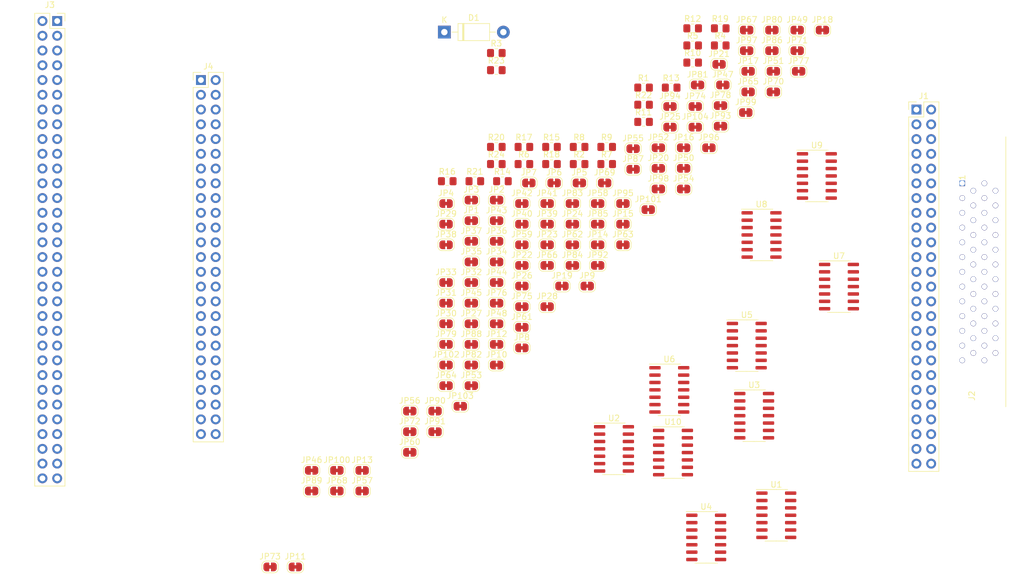
<source format=kicad_pcb>
(kicad_pcb (version 20211014) (generator pcbnew)
  (layers (0 "F.Cu" signal) (31 "B.Cu" signal) (34 "B.Paste" user) (35 "F.Paste" user) (36 "B.SilkS" user "B.Silkscreen") (37 "F.SilkS" user "F.Silkscreen") (38 "B.Mask" user) (39 "F.Mask" user) (44 "Edge.Cuts" user))
  (net 0 "")
  (net 1 "+5V")
  (net 2 "/TERMPWR")
  (net 3 "GND")
  (net 4 "/SCSI_DB1")
  (net 5 "/SCSI_DB2")
  (net 6 "/SCSI_DB3")
  (net 7 "/SCSI_DB4")
  (net 8 "/SCSI_DB5")
  (net 9 "/SCSI_DB6")
  (net 10 "/SCSI_DB7")
  (net 11 "/SCSI_DB8")
  (net 12 "/SCSI_DBP")
  (net 14 "/SCSI_ATN")
  (net 15 "/SCSI_BSY")
  (net 16 "/SCSI_ACK")
  (net 17 "/SCSI_RST")
  (net 18 "/SCSI_MSG")
  (net 19 "/SCSI_SEL")
  (net 20 "/SCSI_CD")
  (net 21 "/SCSI_REQ")
  (net 22 "/SCSI_IO")
  (net 24 "Net-(J3-Pad3)")
  (net 25 "Net-(J3-Pad4)")
  (net 26 "/BANK14_M12")
  (net 27 "/BANK14_N13")
  (net 28 "/BANK14_N14")
  (net 29 "/BANK14_N16")
  (net 30 "/BANK14_P15")
  (net 31 "/BANK14_P16")
  (net 32 "/BANK15_R15")
  (net 33 "/BANK14_R16")
  (net 34 "/BANK14_T14")
  (net 35 "/BANK14_T15")
  (net 36 "/BANK14_P13")
  (net 37 "/BANK14_P14")
  (net 38 "/BANK14_T13")
  (net 39 "/BANK14_R13")
  (net 40 "/BANK14_T12")
  (net 41 "/BANK14_R12")
  (net 42 "/BANK14_L13")
  (net 43 "/BANK14_N12")
  (net 44 "/BANK14_K12")
  (net 45 "/BANK14_K13")
  (net 46 "/BANK14_P10")
  (net 47 "/BANK14_P11")
  (net 48 "/BANK14_N9")
  (net 49 "/BANK14_P9")
  (net 50 "/BANK14_T10")
  (net 51 "/BANK14_R11")
  (net 52 "/BANK14_T9")
  (net 53 "/BANK14_R10")
  (net 54 "/BANK15_T8")
  (net 55 "/BANK14_R8")
  (net 56 "/BANK14_T7")
  (net 57 "/BANK14_R7")
  (net 58 "/BANK14_T5")
  (net 59 "/BANK14_R6")
  (net 60 "/BANK14_P6")
  (net 61 "/BANK14_R5")
  (net 62 "/BANK14_N6")
  (net 63 "/BANK14_M6")
  (net 64 "/BANK34_L5")
  (net 65 "/BANK34_P5")
  (net 66 "/BANK34_T4")
  (net 67 "/BANK34_T3")
  (net 68 "/BANK34_R3")
  (net 69 "/BANK34_T2")
  (net 70 "/BANK34_R2")
  (net 71 "/BANK34_R1")
  (net 72 "/BANK34_M5")
  (net 73 "/BANK34_N4")
  (net 74 "/BANK34_P4")
  (net 75 "/BANK34_P3")
  (net 76 "/BANK34_N1")
  (net 77 "/BANK34_P1")
  (net 78 "/BANK34_M2")
  (net 79 "/BANK34_M1")
  (net 80 "Net-(J3-Pad63)")
  (net 81 "Net-(J3-Pad64)")
  (net 82 "Net-(J4-Pad3)")
  (net 83 "Net-(J4-Pad4)")
  (net 84 "/BANK34_P20")
  (net 85 "/BANK34_N20")
  (net 86 "/BANK34_T19")
  (net 87 "/BANK34_R19")
  (net 88 "/BANK34_U20")
  (net 89 "/BANK34_T20")
  (net 90 "/BANK34_W20")
  (net 91 "/BANK34_V20")
  (net 92 "/BANK34_P19")
  (net 93 "/BANK34_N18")
  (net 94 "/BANK34_R16")
  (net 95 "/BANK34_R17")
  (net 96 "/BANK34_U17")
  (net 97 "/BANK34_T16")
  (net 98 "/BANK34_T17")
  (net 99 "/BANK34_R18")
  (net 100 "/BANK34_U18")
  (net 101 "/BANK34_U19")
  (net 102 "/BANK34_W18")
  (net 103 "/BANK34_W19")
  (net 104 "/BANK34_V17")
  (net 105 "/BANK34_V18")
  (net 106 "/BANK34_V16")
  (net 107 "/BANK34_W16")
  (net 108 "/BANK34_V15")
  (net 109 "/BANK34_W15")
  (net 110 "/BANK34_Y18")
  (net 111 "/BANK34_Y19")
  (net 112 "/BANK34_Y16")
  (net 113 "/BANK34_Y17")
  (net 114 "/BANK34_W14")
  (net 115 "/BANK34_Y14")
  (net 116 "/BANK34_T14")
  (net 117 "/BANK34_T15")
  (net 118 "/BANK34_P14")
  (net 119 "/BANK34_U14")
  (net 120 "/BANK34_V12")
  (net 121 "/BANK34_W13")
  (net 122 "/BANK34_T12")
  (net 123 "/BANK34_U12")
  (net 124 "/BANK34_T10")
  (net 125 "/BANK34_T11")
  (net 126 "Net-(J4-Pad49)")
  (net 127 "Net-(J4-Pad50)")
  (net 128 "/FPGA_BSY")
  (net 129 "/FPGA_RST")
  (net 130 "/FPGA_SEL")
  (net 131 "/FPGA_CD")
  (net 132 "/FPGA_IO")
  (net 133 "/FPGA_REQ")
  (net 134 "/FPGA_MSG")
  (net 135 "/FPGA_ATN")
  (net 136 "/FPGA_ACK")
  (net 137 "/FPGA_DBP")
  (net 138 "/FPGA_DB1")
  (net 139 "/FPGA_DB2")
  (net 140 "/FPGA_DB3")
  (net 141 "/FPGA_DB4")
  (net 142 "/FPGA_DB5")
  (net 143 "/FPGA_DB6")
  (net 144 "/FPGA_DB7")
  (net 145 "/FPGA_DB8")
  (net 146 "/SNOOP_EN")
  (net 147 "/SNOOP_DB7")
  (net 148 "/SNOOP_DB8")
  (net 149 "/SNOOP_DBP")
  (net 150 "/SNOOP_MSG")
  (net 151 "/SNOOP_ATN")
  (net 152 "/SNOOP_ACK")
  (net 153 "+3V3")
  (net 154 "+3.3V")
  (net 155 "/FPGA_EN_CD")
  (net 156 "/FPGA_EN_IO")
  (net 157 "/FPGA_EN_REQ")
  (net 158 "/FPGA_EN_MSG")
  (net 159 "/FPGA_EN_ATN")
  (net 160 "/FPGA_EN_ACK")
  (net 161 "/FPGA_EN_DBP")
  (net 162 "/FPGA_EN_DB1")
  (net 163 "/FPGA_EN_DB2")
  (net 164 "/FPGA_EN_DB3")
  (net 165 "/FPGA_EN_DB4")
  (net 166 "/FPGA_EN_DB5")
  (net 167 "/FPGA_EN_DB6")
  (net 168 "/FPGA_EN_DB7")
  (net 169 "/FPGA_EN_DB8")
  (net 170 "/SNOOP_SEL")
  (net 171 "/SNOOP_RST")
  (net 172 "/SNOOP_BSY")
  (net 173 "/SNOOP_CD")
  (net 174 "/SNOOP_IO")
  (net 175 "/SNOOP_REQ")
  (net 177 "/SNOOP_DB6")
  (net 179 "/SNOOP_DB5")
  (net 180 "/SNOOP_DB4")
  (net 181 "/SNOOP_DB3")
  (net 182 "/SNOOP_DB2")
  (net 183 "/SNOOP_DB1")
  (net 207 "Net-(R1-Pad1)")
  (net 208 "Net-(R2-Pad1)")
  (net 209 "Net-(R3-Pad1)")
  (net 210 "Net-(R4-Pad2)")
  (net 211 "Net-(R5-Pad2)")
  (footprint "Jumper:SolderJumper-2_P1.3mm_Bridged_RoundedPad1.0x1.5mm" (layer "F.Cu") (at 101.9 119.175)
    (fp_text reference "JP79")
    (fp_text value "Jumper_NC_Small")
  )
  (footprint "Jumper:SolderJumper-2_P1.3mm_Bridged_RoundedPad1.0x1.5mm" (layer "F.Cu") (at 123.65 98.475)
    (fp_text reference "JP24")
    (fp_text value "Jumper_NC_Small")
  )
  (footprint "Jumper:SolderJumper-2_P1.3mm_Bridged_RoundedPad1.0x1.5mm" (layer "F.Cu") (at 119.3 98.475)
    (fp_text reference "JP39")
    (fp_text value "Jumper_NC_Small")
  )
  (footprint "Jumper:SolderJumper-2_P1.3mm_Bridged_RoundedPad1.0x1.5mm" (layer "F.Cu") (at 106.25 104.975)
    (fp_text reference "JP35")
    (fp_text value "Jumper_NC_Small")
  )
  (footprint "Jumper:SolderJumper-2_P1.3mm_Bridged_RoundedPad1.0x1.5mm" (layer "F.Cu") (at 71.6 157.485)
    (fp_text reference "JP73")
    (fp_text value "Jumper_NC_Small")
  )
  (footprint "Jumper:SolderJumper-2_P1.3mm_Bridged_RoundedPad1.0x1.5mm" (layer "F.Cu") (at 140.45 78.215)
    (fp_text reference "JP94")
    (fp_text value "Jumper_NC_Small")
  )
  (footprint "Package_SO:SOIC-14_3.9x8.7mm_P1.27mm" (layer "F.Cu") (at 154.94 131.445)
    (fp_text reference "U3")
    (fp_text value "74LVC125")
  )
  (footprint "Resistor_SMD:R_0805_2012Metric_Pad1.20x1.40mm_HandSolder" (layer "F.Cu") (at 144.35 70.655)
    (fp_text reference "R10")
    (fp_text value "R_Small")
  )
  (footprint "Jumper:SolderJumper-2_P1.3mm_Bridged_RoundedPad1.0x1.5mm" (layer "F.Cu") (at 110.6 115.625)
    (fp_text reference "JP48")
    (fp_text value "Jumper_NC_Small")
  )
  (footprint "Jumper:SolderJumper-2_P1.3mm_Bridged_RoundedPad1.0x1.5mm" (layer "F.Cu") (at 149.55 74.505)
    (fp_text reference "JP47")
    (fp_text value "Jumper_2_Bridged")
  )
  (footprint "Connector_PinHeader_2.54mm:PinHeader_2x25_P2.54mm_Vertical" (layer "F.Cu") (at 59.69 73.66)
    (fp_text reference "J4")
    (fp_text value "Conn_02x25_Odd_Even")
  )
  (footprint "Package_SO:SOIC-14_3.9x8.7mm_P1.27mm" (layer "F.Cu") (at 169.545 109.22)
    (fp_text reference "U7")
    (fp_text value "74LVC125")
  )
  (footprint "Jumper:SolderJumper-2_P1.3mm_Bridged_RoundedPad1.0x1.5mm" (layer "F.Cu") (at 106.25 97.875)
    (fp_text reference "JP1")
    (fp_text value "Jumper_NC_Small")
  )
  (footprint "Jumper:SolderJumper-2_P1.3mm_Bridged_RoundedPad1.0x1.5mm" (layer "F.Cu") (at 78.75 140.865)
    (fp_text reference "JP46")
    (fp_text value "Jumper_NC_Small")
  )
  (footprint "Jumper:SolderJumper-2_P1.3mm_Bridged_RoundedPad1.0x1.5mm" (layer "F.Cu") (at 153.9 75.705)
    (fp_text reference "JP65")
    (fp_text value "Jumper_NC_Small")
  )
  (footprint "Resistor_SMD:R_0805_2012Metric_Pad1.20x1.40mm_HandSolder" (layer "F.Cu") (at 135.9 74.965)
    (fp_text reference "R1")
    (fp_text value "R")
  )
  (footprint "Jumper:SolderJumper-2_P1.3mm_Bridged_RoundedPad1.0x1.5mm" (layer "F.Cu") (at 75.95 157.485)
    (fp_text reference "JP11")
    (fp_text value "Jumper_NC_Small")
  )
  (footprint "Package_SO:SOIC-14_3.9x8.7mm_P1.27mm" (layer "F.Cu") (at 165.735 90.17)
    (fp_text reference "U9")
    (fp_text value "74LVC125")
  )
  (footprint "Package_SO:SOIC-14_3.9x8.7mm_P1.27mm" (layer "F.Cu") (at 140.335 127)
    (fp_text reference "U6")
    (fp_text value "74LVC125")
  )
  (footprint "Jumper:SolderJumper-2_P1.3mm_Bridged_RoundedPad1.0x1.5mm" (layer "F.Cu") (at 119.3 112.675)
    (fp_text reference "JP28")
    (fp_text value "Jumper_2_Bridged")
  )
  (footprint "Jumper:SolderJumper-2_P1.3mm_Bridged_RoundedPad1.0x1.5mm" (layer "F.Cu") (at 145.2 74.505)
    (fp_text reference "JP81")
    (fp_text value "Jumper_NC_Small")
  )
  (footprint "Package_SO:SOIC-14_3.9x8.7mm_P1.27mm" (layer "F.Cu") (at 140.97 137.795)
    (fp_text reference "U10")
    (fp_text value "74LVC125")
  )
  (footprint "Jumper:SolderJumper-2_P1.3mm_Bridged_RoundedPad1.0x1.5mm" (layer "F.Cu") (at 158 68.605)
    (fp_text reference "JP86")
    (fp_text value "Jumper_NC_Small")
  )
  (footprint "Jumper:SolderJumper-2_P1.3mm_Bridged_RoundedPad1.0x1.5mm" (layer "F.Cu") (at 114.95 94.925)
    (fp_text reference "JP42")
    (fp_text value "Jumper_NC_Small")
  )
  (footprint "Jumper:SolderJumper-2_P1.3mm_Bridged_RoundedPad1.0x1.5mm" (layer "F.Cu") (at 106.25 115.625)
    (fp_text reference "JP27")
    (fp_text value "Jumper_2_Bridged")
  )
  (footprint "Jumper:SolderJumper-2_P1.3mm_Bridged_RoundedPad1.0x1.5mm" (layer "F.Cu") (at 101.9 102.025)
    (fp_text reference "JP38")
    (fp_text value "Jumper_NC_Small")
  )
  (footprint "Jumper:SolderJumper-2_P1.3mm_Bridged_RoundedPad1.0x1.5mm" (layer "F.Cu") (at 106.25 112.075)
    (fp_text reference "JP45")
    (fp_text value "Jumper_NC_Small")
  )
  (footprint "Jumper:SolderJumper-2_P1.3mm_Bridged_RoundedPad1.0x1.5mm" (layer "F.Cu") (at 83.1 140.865)
    (fp_text reference "JP100")
    (fp_text value "Jumper_NC_Small")
  )
  (footprint "Jumper:SolderJumper-2_P1.3mm_Bridged_RoundedPad1.0x1.5mm" (layer "F.Cu") (at 158.25 75.705)
    (fp_text reference "JP70")
    (fp_text value "Jumper_NC_Small")
  )
  (footprint "Jumper:SolderJumper-2_P1.3mm_Bridged_RoundedPad1.0x1.5mm" (layer "F.Cu") (at 114.95 116.225)
    (fp_text reference "JP61")
    (fp_text value "Jumper_NC_Small")
  )
  (footprint "Jumper:SolderJumper-2_P1.3mm_Bridged_RoundedPad1.0x1.5mm" (layer "F.Cu") (at 104.35 129.825)
    (fp_text reference "JP103")
    (fp_text value "Jumper_NC_Small")
  )
  (footprint "Jumper:SolderJumper-2_P1.3mm_Bridged_RoundedPad1.0x1.5mm" (layer "F.Cu") (at 100 130.655)
    (fp_text reference "JP90")
    (fp_text value "Jumper_NC_Small")
  )
  (footprint "Package_SO:SOIC-14_3.9x8.7mm_P1.27mm" (layer "F.Cu") (at 158.75 148.59)
    (fp_text reference "U1")
    (fp_text value "74LVC125")
  )
  (footprint "Jumper:SolderJumper-2_P1.3mm_Bridged_RoundedPad1.0x1.5mm" (layer "F.Cu") (at 166.7 65.055)
    (fp_text reference "JP18")
    (fp_text value "Jumper_NC_Small")
  )
  (footprint "Jumper:SolderJumper-2_P1.3mm_Bridged_RoundedPad1.0x1.5mm" (layer "F.Cu") (at 132.35 102.025)
    (fp_text reference "JP63")
    (fp_text value "Jumper_NC_Small")
  )
  (footprint "Jumper:SolderJumper-2_P1.3mm_Bridged_RoundedPad1.0x1.5mm" (layer "F.Cu") (at 132.35 94.925)
    (fp_text reference "JP95")
    (fp_text value "Jumper_NC_Small")
  )
  (footprint "Resistor_SMD:R_0805_2012Metric_Pad1.20x1.40mm_HandSolder" (layer "F.Cu") (at 135.9 80.865)
    (fp_text reference "R11")
    (fp_text value "R_Small")
  )
  (footprint "Jumper:SolderJumper-2_P1.3mm_Bridged_RoundedPad1.0x1.5mm" (layer "F.Cu") (at 83.1 144.415)
    (fp_text reference "JP68")
    (fp_text value "Jumper_2_Bridged")
  )
  (footprint "Resistor_SMD:R_0805_2012Metric_Pad1.20x1.40mm_HandSolder" (layer "F.Cu") (at 129.55 88.125)
    (fp_text reference "R7")
    (fp_text value "R_Small")
  )
  (footprint "Resistor_SMD:R_0805_2012Metric_Pad1.20x1.40mm_HandSolder" (layer "F.Cu") (at 110.55 88.125)
    (fp_text reference "R24")
    (fp_text value "R_Small")
  )
  (footprint "Resistor_SMD:R_0805_2012Metric_Pad1.20x1.40mm_HandSolder" (layer "F.Cu") (at 110.55 71.955)
    (fp_text reference "R23")
    (fp_text value "R_Small")
  )
  (footprint "Jumper:SolderJumper-2_P1.3mm_Bridged_RoundedPad1.0x1.5mm" (layer "F.Cu") (at 162.6 72.155)
    (fp_text reference "JP77")
    (fp_text value "Jumper_NC_Small")
  )
  (footprint "Jumper:SolderJumper-2_P1.3mm_Bridged_RoundedPad1.0x1.5mm" (layer "F.Cu") (at 120.5 91.375)
    (fp_text reference "JP6")
    (fp_text value "Jumper_NC_Small")
  )
  (footprint "Jumper:SolderJumper-2_P1.3mm_Bridged_RoundedPad1.0x1.5mm" (layer "F.Cu") (at 128 94.925)
    (fp_text reference "JP58")
    (fp_text value "Jumper_NC_Small")
  )
  (footprint "Jumper:SolderJumper-2_P1.3mm_Bridged_RoundedPad1.0x1.5mm" (layer "F.Cu") (at 136.7 95.965)
    (fp_text reference "JP101")
    (fp_text value "Jumper_NC_Small")
  )
  (footprint "Jumper:SolderJumper-2_P1.3mm_Bridged_RoundedPad1.0x1.5mm" (layer "F.Cu") (at 101.9 108.525)
    (fp_text reference "JP33")
    (fp_text value "Jumper_NC_Small")
  )
  (footprint "Package_SO:SOIC-14_3.9x8.7mm_P1.27mm" (layer "F.Cu") (at 130.81 137.16)
    (fp_text reference "U2")
    (fp_text value "74LVC125")
  )
  (footprint "Jumper:SolderJumper-2_P1.3mm_Bridged_RoundedPad1.0x1.5mm" (layer "F.Cu") (at 110.6 119.175)
    (fp_text reference "JP12")
    (fp_text value "Jumper_NC_Small")
  )
  (footprint "Jumper:SolderJumper-2_P1.3mm_Bridged_RoundedPad1.0x1.5mm" (layer "F.Cu") (at 114.95 119.775)
    (fp_text reference "JP8")
    (fp_text value "Jumper_NC_Small")
  )
  (footprint "Resistor_SMD:R_0805_2012Metric_Pad1.20x1.40mm_HandSolder" (layer "F.Cu") (at 102.1 91.075)
    (fp_text reference "R16")
    (fp_text value "R_Small")
  )
  (footprint "Resistor_SMD:R_0805_2012Metric_Pad1.20x1.40mm_HandSolder" (layer "F.Cu") (at 149.1 67.705)
    (fp_text reference "R4")
    (fp_text value "R")
  )
  (footprint "Jumper:SolderJumper-2_P1.3mm_Bridged_RoundedPad1.0x1.5mm" (layer "F.Cu") (at 142.8 92.415)
    (fp_text reference "JP54")
    (fp_text value "Jumper_NC_Small")
  )
  (footprint "Connector_PinHeader_2.54mm:PinHeader_2x25_P2.54mm_Vertical" (layer "F.Cu") (at 182.875 78.745)
    (fp_text reference "J1")
    (fp_text value "Conn_02x25_Odd_Even")
  )
  (footprint "Jumper:SolderJumper-2_P1.3mm_Bridged_RoundedPad1.0x1.5mm" (layer "F.Cu") (at 158 65.055)
    (fp_text reference "JP80")
    (fp_text value "Jumper_NC_Small")
  )
  (footprint "Jumper:SolderJumper-2_P1.3mm_Bridged_RoundedPad1.0x1.5mm" (layer "F.Cu") (at 95.65 130.655)
    (fp_text reference "JP56")
    (fp_text value "Jumper_NC_Small")
  )
  (footprint "Jumper:SolderJumper-2_P1.3mm_Bridged_RoundedPad1.0x1.5mm" (layer "F.Cu") (at 101.9 94.925)
    (fp_text reference "JP4")
    (fp_text value "Jumper_NC_Small")
  )
  (footprint "Jumper:SolderJumper-2_P1.3mm_Bridged_RoundedPad1.0x1.5mm" (layer "F.Cu") (at 162.35 65.055)
    (fp_text reference "JP49")
    (fp_text value "Jumper_NC_Small")
  )
  (footprint "Jumper:SolderJumper-2_P1.3mm_Bridged_RoundedPad1.0x1.5mm" (layer "F.Cu") (at 129.2 91.375)
    (fp_text reference "JP69")
    (fp_text value "Jumper_2_Bridged")
  )
  (footprint "Jumper:SolderJumper-2_P1.3mm_Bridged_RoundedPad1.0x1.5mm" (layer "F.Cu") (at 101.9 126.275)
    (fp_text reference "JP64")
    (fp_text value "Jumper_NC_Small")
  )
  (footprint "Jumper:SolderJumper-2_P1.3mm_Bridged_RoundedPad1.0x1.5mm" (layer "F.Cu") (at 101.9 112.075)
    (fp_text reference "JP31")
    (fp_text value "Jumper_NC_Small")
  )
  (footprint "Jumper:SolderJumper-2_P1.3mm_Bridged_RoundedPad1.0x1.5mm" (layer "F.Cu") (at 106.25 122.725)
    (fp_text reference "JP82")
    (fp_text value "Jumper_NC_Small")
  )
  (footprint "Jumper:SolderJumper-2_P1.3mm_Bridged_RoundedPad1.0x1.5mm" (layer "F.Cu") (at 149.15 78.055)
    (fp_text reference "JP78")
    (fp_text value "Jumper_NC_Small")
  )
  (footprint "Jumper:SolderJumper-2_P1.3mm_Bridged_RoundedPad1.0x1.5mm" (layer "F.Cu") (at 119.3 94.925)
    (fp_text reference "JP41")
    (fp_text value "Jumper_NC_Small")
  )
  (footprint "Jumper:SolderJumper-2_P1.3mm_Bridged_RoundedPad1.0x1.5mm" (layer "F.Cu") (at 128 98.475)
    (fp_text reference "JP85")
    (fp_text value "Jumper_NC_Small")
  )
  (footprint "Jumper:SolderJumper-2_P1.3mm_Bridged_RoundedPad1.0x1.5mm" (layer "F.Cu") (at 106.25 101.425)
    (fp_text reference "JP37")
    (fp_text value "Jumper_NC_Small")
  )
  (footprint "Jumper:SolderJumper-2_P1.3mm_Bridged_RoundedPad1.0x1.5mm" (layer "F.Cu") (at 149.15 81.605)
    (fp_text reference "JP93")
    (fp_text value "Jumper_NC_Small")
  )
  (footprint "Jumper:SolderJumper-2_P1.3mm_Bridged_RoundedPad1.0x1.5mm" (layer "F.Cu") (at 121.85 109.125)
    (fp_text reference "JP19")
    (fp_text value "Jumper_NC_Small")
  )
  (footprint "Jumper:SolderJumper-2_P1.3mm_Bridged_RoundedPad1.0x1.5mm" (layer "F.Cu") (at 106.25 119.175)
    (fp_text reference "JP88")
    (fp_text value "Jumper_NC_Small")
  )
  (footprint "Connector_PinSocket_2.54mm:PinSocket_2x32_P2.54mm_Vertical" (layer "F.Cu") (at 34.945 63.495)
    (fp_text reference "J3")
    (fp_text value "Conn_02x32_Odd_Even")
  )
  (footprint "Resistor_SMD:R_0805_2012Metric_Pad1.20x1.40mm_HandSolder" (layer "F.Cu") (at 129.55 85.175)
    (fp_text reference "R9")
    (fp_text value "R_Small")
  )
  (footprint "Jumper:SolderJumper-2_P1.3mm_Bridged_RoundedPad1.0x1.5mm" (layer "F.Cu") (at 110.6 104.975)
    (fp_text reference "JP34")
    (fp_text value "Jumper_NC_Small")
  )
  (footprint "Resistor_SMD:R_0805_2012Metric_Pad1.20x1.40mm_HandSolder" (layer "F.Cu") (at 135.9 77.915)
    (fp_text reference "R22")
    (fp_text value "R_Small")
  )
  (footprint "Jumper:SolderJumper-2_P1.3mm_Bridged_RoundedPad1.0x1.5mm" (layer "F.Cu") (at 110.6 122.725)
    (fp_text reference "JP10")
    (fp_text value "Jumper_NC_Small")
  )
  (footprint "Jumper:SolderJumper-2_P1.3mm_Bridged_RoundedPad1.0x1.5mm" (layer "F.Cu") (at 158.25 72.155)
    (fp_text reference "JP51")
    (fp_text value "Jumper_NC_Small")
  )
  (footprint "Resistor_SMD:R_0805_2012Metric_Pad1.20x1.40mm_HandSolder" (layer "F.Cu") (at 124.8 88.125)
    (fp_text reference "R2")
    (fp_text value "R")
  )
  (footprint "Jumper:SolderJumper-2_P1.3mm_Bridged_RoundedPad1.0x1.5mm" (layer "F.Cu") (at 116.15 91.375)
    (fp_text reference "JP7")
    (fp_text value "Jumper_NC_Small")
  )
  (footprint "Jumper:SolderJumper-2_P1.3mm_Bridged_RoundedPad1.0x1.5mm" (layer "F.Cu") (at 138.45 88.865)
    (fp_text reference "JP20")
    (fp_text value "Jumper_NC_Small")
  )
  (footprint "Jumper:SolderJumper-2_P1.3mm_Bridged_RoundedPad1.0x1.5mm" (layer "F.Cu") (at 101.9 115.625)
    (fp_text reference "JP30")
    (fp_text value "Jumper_NC_Small")
  )
  (footprint "Resistor_SMD:R_0805_2012Metric_Pad1.20x1.40mm_HandSolder" (layer "F.Cu") (at 106.85 91.075)
    (fp_text reference "R21")
    (fp_text value "R_Small")
  )
  (footprint "Package_SO:SOIC-14_3.9x8.7mm_P1.27mm" (layer "F.Cu") (at 153.67 119.38)
    (fp_text reference "U5")
    (fp_text value "74LVC125")
  )
  (footprint "Jumper:SolderJumper-2_P1.3mm_Bridged_RoundedPad1.0x1.5mm" (layer "F.Cu") (at 114.95 98.475)
    (fp_text reference "JP40")
    (fp_text value "Jumper_NC_Small")
  )
  (footprint "Jumper:SolderJumper-2_P1.3mm_Bridged_RoundedPad1.0x1.5mm" (layer "F.Cu") (at 114.95 109.125)
    (fp_text reference "JP26")
    (fp_text value "Jumper_2_Bridged")
  )
  (footprint "Resistor_SMD:R_0805_2012Metric_Pad1.20x1.40mm_HandSolder" (layer "F.Cu") (at 110.55 85.175)
    (fp_text reference "R20")
    (fp_text value "R_Small")
  )
  (footprint "Jumper:SolderJumper-2_P1.3mm_Bridged_RoundedPad1.0x1.5mm" (layer "F.Cu") (at 153.5 79.255)
    (fp_text reference "JP99")
    (fp_text value "Jumper_NC_Small")
  )
  (footprint "Jumper:SolderJumper-2_P1.3mm_Bridged_RoundedPad1.0x1.5mm" (layer "F.Cu") (at 119.3 105.575)
    (fp_text reference "JP66")
    (fp_text value "Jumper_2_Bridged")
  )
  (footprint "Resistor_SMD:R_0805_2012Metric_Pad1.20x1.40mm_HandSolder" (layer "F.Cu") (at 110.55 69.005)
    (fp_text reference "R3")
    (fp_text value "R")
  )
  (footprint "Jumper:SolderJumper-2_P1.3mm_Bridged_RoundedPad1.0x1.5mm" (layer "F.Cu") (at 138.45 92.415)
    (fp_text reference "JP98")
    (fp_text value "Jumper_NC_Small")
  )
  (footprint "Package_SO:SOIC-14_3.9x8.7mm_P1.27mm" (layer "F.Cu") (at 156.21 100.33)
    (fp_text reference "U8")
    (fp_text value "74LVC125")
  )
  (footprint "Resistor_SMD:R_0805_2012Metric_Pad1.20x1.40mm_HandSolder" (layer "F.Cu") (at 140.65 74.965)
    (fp_text reference "R13")
    (fp_text value "R_Small")
  )
  (footprint "Jumper:SolderJumper-2_P1.3mm_Bridged_RoundedPad1.0x1.5mm" (layer "F.Cu") (at 110.6 97.875)
    (fp_text reference "JP43")
    (fp_text value "Jumper_NC_Small")
  )
  (footprint "Jumper:SolderJumper-2_P1.3mm_Bridged_RoundedPad1.0x1.5mm" (layer "F.Cu") (at 144.8 78.215)
    (fp_text reference "JP74")
    (fp_text value "Jumper_NC_Small")
  )
  (footprint "Jumper:SolderJumper-2_P1.3mm_Bridged_RoundedPad1.0x1.5mm" (layer "F.Cu") (at 153.65 65.055)
    (fp_text reference "JP67")
    (fp_text value "Jumper_2_Bridged")
  )
  (footprint "Jumper:SolderJumper-2_P1.3mm_Bridged_RoundedPad1.0x1.5mm" (layer "F.Cu") (at 123.65 94.925)
    (fp_text reference "JP83")
    (fp_text value "Jumper_NC_Small")
  )
  (footprint "Jumper:SolderJumper-2_P1.3mm_Bridged_RoundedPad1.0x1.5mm" (layer "F.Cu") (at 153.65 68.605)
    (fp_text reference "JP97")
    (fp_text value "Jumper_NC_Small")
  )
  (footprint "Jumper:SolderJumper-2_P1.3mm_Bridged_RoundedPad1.0x1.5mm" (layer "F.Cu") (at 119.3 102.025)
    (fp_text reference "JP23")
    (fp_text value "Jumper_NC_Small")
  )
  (footprint "Jumper:SolderJumper-2_P1.3mm_Bridged_RoundedPad1.0x1.5mm" (layer "F.Cu") (at 95.65 134.205)
    (fp_text reference "JP72")
    (fp_text value "Jumper_NC_Small")
  )
  (footprint "Jumper:SolderJumper-2_P1.3mm_Bridged_RoundedPad1.0x1.5mm" (layer "F.Cu") (at 123.65 102.025)
    (fp_text reference "JP62")
    (fp_text value "Jumper_NC_Small")
  )
  (footprint "Jumper:SolderJumper-2_P1.3mm_Bridged_RoundedPad1.0x1.5mm" (layer "F.Cu") (at 106.25 108.525)
    (fp_text reference "JP32")
    (fp_text value "Jumper_NC_Small")
  )
  (footprint "Jumper:SolderJumper-2_P1.3mm_Bridged_RoundedPad1.0x1.5mm" (layer "F.Cu") (at 134.1 89.025)
    (fp_text reference "JP87")
    (fp_text value "Jumper_NC_Small")
  )
  (footprint "Package_SO:SOIC-14_3.9x8.7mm_P1.27mm" (layer "F.Cu") (at 146.685 152.4)
    (fp_text reference "U4")
    (fp_text value "74LVC125")
  )
  (footprint "Jumper:SolderJumper-2_P1.3mm_Bridged_RoundedPad1.0x1.5mm" (layer "F.Cu") (at 147.15 85.315)
    (fp_text reference "JP96")
    (fp_text value "Jumper_NC_Small")
  )
  (footprint "Jumper:SolderJumper-2_P1.3mm_Bridged_RoundedPad1.0x1.5mm" (layer "F.Cu") (at 101.9 122.725)
    (fp_text reference "JP102")
    (fp_text value "Jumper_NC_Small")
  )
  (footprint "Resistor_SMD:R_0805_2012Metric_Pad1.20x1.40mm_HandSolder" (layer "F.Cu") (at 115.3 88.125)
    (fp_text reference "R6")
    (fp_text value "R")
  )
  (footprint "Jumper:SolderJumper-2_P1.3mm_Bridged_RoundedPad1.0x1.5mm" (layer "F.Cu") (at 114.95 102.025)
    (fp_text reference "JP59")
    (fp_text value "Jumper_NC_Small")
  )
  (footprint "Jumper:SolderJumper-2_P1.3mm_Bridged_RoundedPad1.0x1.5mm" (layer "F.Cu") (at 78.75 144.415)
    (fp_text reference "JP89")
    (fp_text value "Jumper_NC_Small")
  )
  (footprint "Jumper:SolderJumper-2_P1.3mm_Bridged_RoundedPad1.0x1.5mm" (layer "F.Cu") (at 134.1 85.475)
    (fp_text reference "JP55")
    (fp_text value "Jumper_NC_Small")
  )
  (footprint "Jumper:SolderJumper-2_P1.3mm_Bridged_RoundedPad1.0x1.5mm" (layer "F.Cu") (at 106.25 94.325)
    (fp_text reference "JP3")
    (fp_text value "Jumper_NC_Small")
  )
  (footprint "Resistor_SMD:R_0805_2012Metric_Pad1.20x1.40mm_HandSolder" (layer "F.Cu") (at 149.1 64.755)
    (fp_text reference "R19")
    (fp_text value "R_Small")
  )
  (footprint "Jumper:SolderJumper-2_P1.3mm_Bridged_RoundedPad1.0x1.5mm" (layer "F.Cu") (at 138.45 85.315)
    (fp_text reference "JP52")
    (fp_text value "Jumper_NC_Small")
  )
  (footprint "Resistor_SMD:R_0805_2012Metric_Pad1.20x1.40mm_HandSolder" (layer "F.Cu") (at 144.35 64.755)
    (fp_text reference "R12")
    (fp_text value "R_Small")
  )
  (footprint "Resistor_SMD:R_0805_2012Metric_Pad1.20x1.40mm_HandSolder" (layer "F.Cu") (at 120.05 88.125)
    (fp_text reference "R18")
    (fp_text value "R_Small")
  )
  (footprint "Jumper:SolderJumper-2_P1.3mm_Bridged_RoundedPad1.0x1.5mm" (layer "F.Cu") (at 142.8 88.865)
    (fp_text reference "JP50")
    (fp_text value "Jumper_NC_Small")
  )
  (footprint "Jumper:SolderJumper-2_P1.3mm_Bridged_RoundedPad1.0x1.5mm" (layer "F.Cu") (at 110.6 94.325)
    (fp_text reference "JP2")
    (fp_text value "Jumper_NC_Small")
  )
  (footprint "Jumper:SolderJumper-2_P1.3mm_Bridged_RoundedPad1.0x1.5mm" (layer "F.Cu") (at 144.8 81.765)
    (fp_text reference "JP104")
    (fp_text value "Jumper_NC_Small")
  )
  (footprint "Resistor_SMD:R_0805_2012Metric_Pad1.20x1.40mm_HandSolder" (layer "F.Cu") (at 144.35 67.705)
    (fp_text reference "R5")
    (fp_text value "R")
  )
  (footprint "FPGA-SCSI:Amplite .050 2x25" (layer "F.Cu") (at 194.5835 129.92 90)
    (fp_text reference "J2")
    (fp_text value "Conn_02x25_Top_Bottom")
  )
  (footprint "Jumper:SolderJumper-2_P1.3mm_Bridged_RoundedPad1.0x1.5mm" (layer "F.Cu") (at 114.95 112.675)
    (fp_text reference "JP75")
    (fp_text value "Jumper_NC_Small")
  )
  (footprint "Resistor_SMD:R_0805_2012Metric_Pad1.20x1.40mm_HandSolder" (layer "F.Cu") (at 115.3 85.175)
    (fp_text reference "R17")
    (fp_text value "R_Small")
  )
  (footprint "Jumper:SolderJumper-2_P1.3mm_Bridged_RoundedPad1.0x1.5mm" (layer "F.Cu") (at 126.2 109.125)
    (fp_text reference "JP9")
    (fp_text value "Jumper_NC_Small")
  )
  (footprint "Jumper:SolderJumper-2_P1.3mm_Bridged_RoundedPad1.0x1.5mm" (layer "F.Cu") (at 110.6 112.075)
    (fp_text reference "JP76")
    (fp_text value "Jumper_NC_Small")
  )
  (footprint "Jumper:SolderJumper-2_P1.3mm_Bridged_RoundedPad1.0x1.5mm" (layer "F.Cu") (at 128 102.025)
    (fp_text reference "JP14")
    (fp_text value "Jumper_NC_Small")
  )
  (footprint "Jumper:SolderJumper-2_P1.3mm_Bridged_RoundedPad1.0x1.5mm" (layer "F.Cu") (at 114.95 105.575)
    (fp_text reference "JP22")
    (fp_text value "Jumper_NC_Small")
  )
  (footprint "Jumper:SolderJumper-2_P1.3mm_Bridged_RoundedPad1.0x1.5mm" (layer "F.Cu") (at 100 134.205)
    (fp_text reference "JP91")
    (fp_text value "Jumper_NC_Small")
  )
  (footprint "Jumper:SolderJumper-2_P1.3mm_Bridged_RoundedPad1.0x1.5mm" (layer "F.Cu") (at 124.85 91.375)
    (fp_text reference "JP5")
    (fp_text value "Jumper_NC_Small")
  )
  (footprint "Jumper:SolderJumper-2_P1.3mm_Bridged_RoundedPad1.0x1.5mm" (layer "F.Cu") (at 140.45 81.765)
    (fp_text reference "JP25")
    (fp_text value "Jumper_NC_Small")
  )
  (footprint "Jumper:SolderJumper-2_P1.3mm_Bridged_RoundedPad1.0x1.5mm" (layer "F.Cu") (at 148.9 70.955)
    (fp_text reference "JP21")
    (fp_text value "Jumper_NC_Small")
  )
  (footprint "Jumper:SolderJumper-2_P1.3mm_Bridged_RoundedPad1.0x1.5mm" (layer "F.Cu") (at 123.65 105.575)
    (fp_text reference "JP84")
    (fp_text value "Jumper_NC_Small")
  )
  (footprint "Resistor_SMD:R_0805_2012Metric_Pad1.20x1.40mm_HandSolder" (layer "F.Cu") (at 111.6 91.075)
    (fp_text reference "R14")
    (fp_text value "R_Small")
  )
  (footprint "Jumper:SolderJumper-2_P1.3mm_Bridged_RoundedPad1.0x1.5mm" (layer "F.Cu") (at 110.6 108.525)
    (fp_text reference "JP44")
    (fp_text value "Jumper_NC_Small")
  )
  (footprint "Jumper:SolderJumper-2_P1.3mm_Bridged_RoundedPad1.0x1.5mm" (layer "F.Cu") (at 87.45 140.865)
    (fp_text reference "JP13")
    (fp_text value "Jumper_NC_Small")
  )
  (footprint "Jumper:SolderJumper-2_P1.3mm_Bridged_RoundedPad1.0x1.5mm" (layer "F.Cu") (at 106.25 126.275)
    (fp_text reference "JP53")
    (fp_text value "Jumper_NC_Small")
  )
  (footprint "Jumper:SolderJumper-2_P1.3mm_Bridged_RoundedPad1.0x1.5mm" (layer "F.Cu") (at 142.8 85.315)
    (fp_text reference "JP16")
    (fp_text value "Jumper_NC_Small")
  )
  (footprint "Jumper:SolderJumper-2_P1.3mm_Bridged_RoundedPad1.0x1.5mm" (layer "F.Cu") (at 153.9 72.155)
    (fp_text reference "JP17")
    (fp_text value "Jumper_NC_Small")
  )
  (footprint "Jumper:SolderJumper-2_P1.3mm_Bridged_RoundedPad1.0x1.5mm" (layer "F.Cu") (at 95.65 137.755)
    (fp_text reference "JP60")
    (fp_text value "Jumper_NC_Small")
  )
  (footprint "Jumper:SolderJumper-2_P1.3mm_Bridged_RoundedPad1.0x1.5mm" (layer "F.Cu") (at 162.35 68.605)
    (fp_text reference "JP71")
    (fp_text value "Jumper_NC_Small")
  )
  (footprint "Jumper:SolderJumper-2_P1.3mm_Bridged_RoundedPad1.0x1.5mm" (layer "F.Cu") (at 128 105.575)
    (fp_text reference "JP92")
    (fp_text value "Jumper_NC_Small")
  )
  (footprint "Jumper:SolderJumper-2_P1.3mm_Bridged_RoundedPad1.0x1.5mm" (layer "F.Cu") (at 87.45 144.415)
    (fp_text reference "JP57")
    (fp_text value "Jumper_NC_Small")
  )
  (footprint "Jumper:SolderJumper-2_P1.3mm_Bridged_RoundedPad1.0x1.5mm" (layer "F.Cu") (at 101.9 98.475)
    (fp_text reference "JP29")
    (fp_text value "Jumper_NC_Small")
  )
  (footprint "Diode_THT:D_DO-41_SOD81_P10.16mm_Horizontal" (layer "F.Cu") (at 101.6 65.405)
    (fp_text reference "D1")
    (fp_text value "1N4002")
  )
  (footprint "Resistor_SMD:R_0805_2012Metric_Pad1.20x1.40mm_HandSolder" (layer "F.Cu") (at 124.8 85.175)
    (fp_text reference "R8")
    (fp_text value "R_Small")
  )
  (footprint "Resistor_SMD:R_0805_2012Metric_Pad1.20x1.40mm_HandSolder" (layer "F.Cu") (at 120.05 85.175)
    (fp_text reference "R15")
    (fp_text value "R_Small")
  )
  (footprint "Jumper:SolderJumper-2_P1.3mm_Bridged_RoundedPad1.0x1.5mm" (layer "F.Cu") (at 132.35 98.475)
    (fp_text reference "JP15")
    (fp_text value "Jumper_NC_Small")
  )
  (footprint "Jumper:SolderJumper-2_P1.3mm_Bridged_RoundedPad1.0x1.5mm" (layer "F.Cu") (at 110.6 101.425)
    (fp_text reference "JP36")
    (fp_text value "Jumper_NC_Small")
  )
)
</source>
